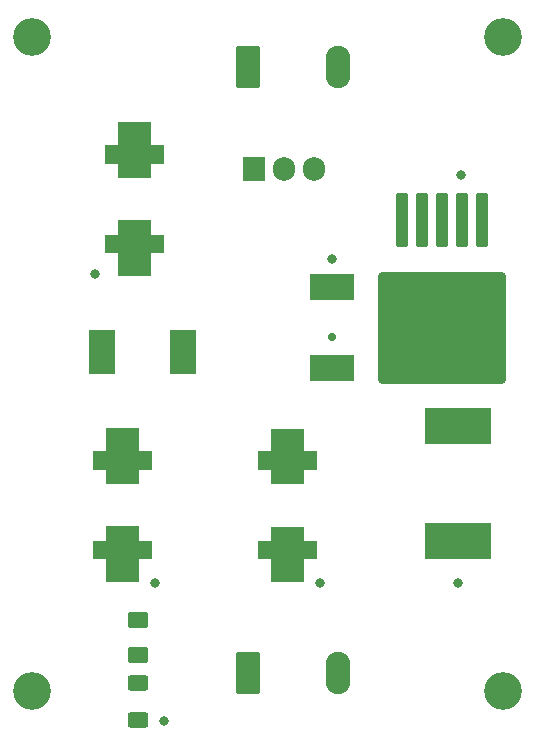
<source format=gts>
%TF.GenerationSoftware,KiCad,Pcbnew,7.0.5*%
%TF.CreationDate,2024-02-24T22:07:36+07:00*%
%TF.ProjectId,CN13_Case,434e3133-5f43-4617-9365-2e6b69636164,rev?*%
%TF.SameCoordinates,Original*%
%TF.FileFunction,Soldermask,Top*%
%TF.FilePolarity,Negative*%
%FSLAX46Y46*%
G04 Gerber Fmt 4.6, Leading zero omitted, Abs format (unit mm)*
G04 Created by KiCad (PCBNEW 7.0.5) date 2024-02-24 22:07:36*
%MOMM*%
%LPD*%
G01*
G04 APERTURE LIST*
G04 Aperture macros list*
%AMRoundRect*
0 Rectangle with rounded corners*
0 $1 Rounding radius*
0 $2 $3 $4 $5 $6 $7 $8 $9 X,Y pos of 4 corners*
0 Add a 4 corners polygon primitive as box body*
4,1,4,$2,$3,$4,$5,$6,$7,$8,$9,$2,$3,0*
0 Add four circle primitives for the rounded corners*
1,1,$1+$1,$2,$3*
1,1,$1+$1,$4,$5*
1,1,$1+$1,$6,$7*
1,1,$1+$1,$8,$9*
0 Add four rect primitives between the rounded corners*
20,1,$1+$1,$2,$3,$4,$5,0*
20,1,$1+$1,$4,$5,$6,$7,0*
20,1,$1+$1,$6,$7,$8,$9,0*
20,1,$1+$1,$8,$9,$2,$3,0*%
G04 Aperture macros list end*
%ADD10C,0.010000*%
%ADD11RoundRect,0.250000X-0.300000X2.050000X-0.300000X-2.050000X0.300000X-2.050000X0.300000X2.050000X0*%
%ADD12RoundRect,0.250002X-5.149998X4.449998X-5.149998X-4.449998X5.149998X-4.449998X5.149998X4.449998X0*%
%ADD13RoundRect,0.250000X-0.625000X0.400000X-0.625000X-0.400000X0.625000X-0.400000X0.625000X0.400000X0*%
%ADD14O,1.905000X2.000000*%
%ADD15R,1.905000X2.000000*%
%ADD16RoundRect,0.102000X2.700000X-1.450000X2.700000X1.450000X-2.700000X1.450000X-2.700000X-1.450000X0*%
%ADD17O,2.100000X3.600000*%
%ADD18RoundRect,0.250001X-0.799999X-1.549999X0.799999X-1.549999X0.799999X1.549999X-0.799999X1.549999X0*%
%ADD19C,3.200000*%
%ADD20RoundRect,0.102000X-1.800000X1.000000X-1.800000X-1.000000X1.800000X-1.000000X1.800000X1.000000X0*%
%ADD21RoundRect,0.250001X0.624999X-0.462499X0.624999X0.462499X-0.624999X0.462499X-0.624999X-0.462499X0*%
%ADD22RoundRect,0.102000X1.000000X1.800000X-1.000000X1.800000X-1.000000X-1.800000X1.000000X-1.800000X0*%
%ADD23C,0.800000*%
%ADD24C,0.700000*%
G04 APERTURE END LIST*
%TO.C,C3*%
D10*
X124032000Y-127540000D02*
X125132000Y-127540000D01*
X125132000Y-129040000D01*
X124032000Y-129040000D01*
X124032000Y-130240000D01*
X121332000Y-130240000D01*
X121332000Y-129040000D01*
X120232000Y-129040000D01*
X120232000Y-127540000D01*
X121332000Y-127540000D01*
X121332000Y-125640000D01*
X124032000Y-125640000D01*
X124032000Y-127540000D01*
G36*
X124032000Y-127540000D02*
G01*
X125132000Y-127540000D01*
X125132000Y-129040000D01*
X124032000Y-129040000D01*
X124032000Y-130240000D01*
X121332000Y-130240000D01*
X121332000Y-129040000D01*
X120232000Y-129040000D01*
X120232000Y-127540000D01*
X121332000Y-127540000D01*
X121332000Y-125640000D01*
X124032000Y-125640000D01*
X124032000Y-127540000D01*
G37*
X124032000Y-135140000D02*
X125132000Y-135140000D01*
X125132000Y-136640000D01*
X124032000Y-136640000D01*
X124032000Y-138540000D01*
X121332000Y-138540000D01*
X121332000Y-136640000D01*
X120232000Y-136640000D01*
X120232000Y-135140000D01*
X121332000Y-135140000D01*
X121332000Y-133940000D01*
X124032000Y-133940000D01*
X124032000Y-135140000D01*
G36*
X124032000Y-135140000D02*
G01*
X125132000Y-135140000D01*
X125132000Y-136640000D01*
X124032000Y-136640000D01*
X124032000Y-138540000D01*
X121332000Y-138540000D01*
X121332000Y-136640000D01*
X120232000Y-136640000D01*
X120232000Y-135140000D01*
X121332000Y-135140000D01*
X121332000Y-133940000D01*
X124032000Y-133940000D01*
X124032000Y-135140000D01*
G37*
%TO.C,C2*%
X110062000Y-135130000D02*
X111162000Y-135130000D01*
X111162000Y-136630000D01*
X110062000Y-136630000D01*
X110062000Y-138530000D01*
X107362000Y-138530000D01*
X107362000Y-136630000D01*
X106262000Y-136630000D01*
X106262000Y-135130000D01*
X107362000Y-135130000D01*
X107362000Y-133930000D01*
X110062000Y-133930000D01*
X110062000Y-135130000D01*
G36*
X110062000Y-135130000D02*
G01*
X111162000Y-135130000D01*
X111162000Y-136630000D01*
X110062000Y-136630000D01*
X110062000Y-138530000D01*
X107362000Y-138530000D01*
X107362000Y-136630000D01*
X106262000Y-136630000D01*
X106262000Y-135130000D01*
X107362000Y-135130000D01*
X107362000Y-133930000D01*
X110062000Y-133930000D01*
X110062000Y-135130000D01*
G37*
X110062000Y-127530000D02*
X111162000Y-127530000D01*
X111162000Y-129030000D01*
X110062000Y-129030000D01*
X110062000Y-130230000D01*
X107362000Y-130230000D01*
X107362000Y-129030000D01*
X106262000Y-129030000D01*
X106262000Y-127530000D01*
X107362000Y-127530000D01*
X107362000Y-125630000D01*
X110062000Y-125630000D01*
X110062000Y-127530000D01*
G36*
X110062000Y-127530000D02*
G01*
X111162000Y-127530000D01*
X111162000Y-129030000D01*
X110062000Y-129030000D01*
X110062000Y-130230000D01*
X107362000Y-130230000D01*
X107362000Y-129030000D01*
X106262000Y-129030000D01*
X106262000Y-127530000D01*
X107362000Y-127530000D01*
X107362000Y-125630000D01*
X110062000Y-125630000D01*
X110062000Y-127530000D01*
G37*
%TO.C,C1*%
X111078000Y-101622000D02*
X112178000Y-101622000D01*
X112178000Y-103122000D01*
X111078000Y-103122000D01*
X111078000Y-104322000D01*
X108378000Y-104322000D01*
X108378000Y-103122000D01*
X107278000Y-103122000D01*
X107278000Y-101622000D01*
X108378000Y-101622000D01*
X108378000Y-99722000D01*
X111078000Y-99722000D01*
X111078000Y-101622000D01*
G36*
X111078000Y-101622000D02*
G01*
X112178000Y-101622000D01*
X112178000Y-103122000D01*
X111078000Y-103122000D01*
X111078000Y-104322000D01*
X108378000Y-104322000D01*
X108378000Y-103122000D01*
X107278000Y-103122000D01*
X107278000Y-101622000D01*
X108378000Y-101622000D01*
X108378000Y-99722000D01*
X111078000Y-99722000D01*
X111078000Y-101622000D01*
G37*
X111078000Y-109222000D02*
X112178000Y-109222000D01*
X112178000Y-110722000D01*
X111078000Y-110722000D01*
X111078000Y-112622000D01*
X108378000Y-112622000D01*
X108378000Y-110722000D01*
X107278000Y-110722000D01*
X107278000Y-109222000D01*
X108378000Y-109222000D01*
X108378000Y-108022000D01*
X111078000Y-108022000D01*
X111078000Y-109222000D01*
G36*
X111078000Y-109222000D02*
G01*
X112178000Y-109222000D01*
X112178000Y-110722000D01*
X111078000Y-110722000D01*
X111078000Y-112622000D01*
X108378000Y-112622000D01*
X108378000Y-110722000D01*
X107278000Y-110722000D01*
X107278000Y-109222000D01*
X108378000Y-109222000D01*
X108378000Y-108022000D01*
X111078000Y-108022000D01*
X111078000Y-109222000D01*
G37*
%TD*%
D11*
%TO.C,U1*%
X139212000Y-107950000D03*
X137512000Y-107950000D03*
X135812000Y-107950000D03*
X134112000Y-107950000D03*
X132412000Y-107950000D03*
D12*
X135812000Y-117100000D03*
%TD*%
D13*
%TO.C,R2*%
X110062000Y-147182500D03*
X110062000Y-150282500D03*
%TD*%
D14*
%TO.C,Q1*%
X124968000Y-103632000D03*
X122428000Y-103632000D03*
D15*
X119888000Y-103632000D03*
%TD*%
D16*
%TO.C,L1*%
X137160000Y-135152000D03*
X137160000Y-125452000D03*
%TD*%
D17*
%TO.C,J2*%
X127000000Y-146304000D03*
D18*
X119380000Y-146304000D03*
%TD*%
%TO.C,J1*%
X119380000Y-94996000D03*
D17*
X127000000Y-94996000D03*
%TD*%
D19*
%TO.C,H4*%
X101092000Y-147828000D03*
%TD*%
%TO.C,H3*%
X140970000Y-147828000D03*
%TD*%
%TO.C,H2*%
X140970000Y-92456000D03*
%TD*%
%TO.C,H1*%
X101092000Y-92456000D03*
%TD*%
D20*
%TO.C,D3*%
X126492000Y-113694000D03*
X126492000Y-120494000D03*
%TD*%
D21*
%TO.C,D2*%
X110062000Y-144823500D03*
X110062000Y-141848500D03*
%TD*%
D22*
%TO.C,D1*%
X107090000Y-119126000D03*
X113890000Y-119126000D03*
%TD*%
D23*
X139446000Y-117602000D03*
X134620000Y-117602000D03*
X133350000Y-117602000D03*
X140208000Y-116586000D03*
X138684000Y-116586000D03*
X135128000Y-116586000D03*
X132588000Y-116586000D03*
X133858000Y-116586000D03*
X133096000Y-115570000D03*
X134620000Y-115570000D03*
X139446000Y-115570000D03*
X139954000Y-114554000D03*
X138684000Y-114554000D03*
X135128000Y-114554000D03*
X133858000Y-114554000D03*
X132588000Y-114554000D03*
D24*
X126492000Y-117856000D03*
D23*
X112268000Y-150368000D03*
X111506000Y-138684000D03*
X125476000Y-138684000D03*
X106426000Y-112522000D03*
X137160000Y-138684000D03*
X137414000Y-104140000D03*
X126492000Y-111252000D03*
M02*

</source>
